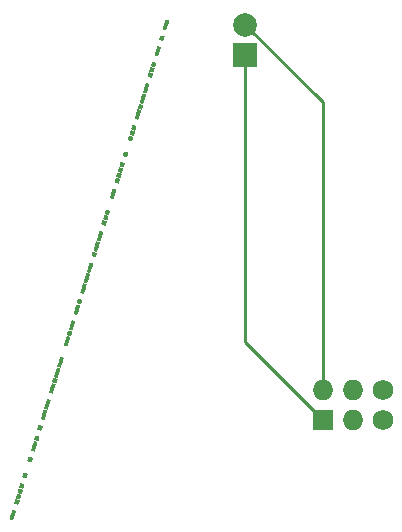
<source format=gbr>
G04 #@! TF.GenerationSoftware,KiCad,Pcbnew,(5.1.10)-1*
G04 #@! TF.CreationDate,2021-08-30T20:12:07-05:00*
G04 #@! TF.ProjectId,Bsides-KC-2021-RF-Village-SAO-SVG2Shenzen v1_00 (Paths),42736964-6573-42d4-9b43-2d323032312d,rev?*
G04 #@! TF.SameCoordinates,Original*
G04 #@! TF.FileFunction,Copper,L2,Bot*
G04 #@! TF.FilePolarity,Positive*
%FSLAX46Y46*%
G04 Gerber Fmt 4.6, Leading zero omitted, Abs format (unit mm)*
G04 Created by KiCad (PCBNEW (5.1.10)-1) date 2021-08-30 20:12:07*
%MOMM*%
%LPD*%
G01*
G04 APERTURE LIST*
G04 #@! TA.AperFunction,EtchedComponent*
%ADD10C,0.010000*%
G04 #@! TD*
G04 #@! TA.AperFunction,ComponentPad*
%ADD11C,1.727200*%
G04 #@! TD*
G04 #@! TA.AperFunction,ComponentPad*
%ADD12O,1.727200X1.727200*%
G04 #@! TD*
G04 #@! TA.AperFunction,ComponentPad*
%ADD13R,1.727200X1.727200*%
G04 #@! TD*
G04 #@! TA.AperFunction,ComponentPad*
%ADD14R,2.000000X2.000000*%
G04 #@! TD*
G04 #@! TA.AperFunction,ComponentPad*
%ADD15C,2.000000*%
G04 #@! TD*
G04 #@! TA.AperFunction,Conductor*
%ADD16C,0.250000*%
G04 #@! TD*
G04 APERTURE END LIST*
D10*
G04 #@! TO.C,G\u002A\u002A\u002A*
G36*
X140809019Y-80787015D02*
G01*
X140854888Y-80799981D01*
X140912002Y-80817992D01*
X140966047Y-80836453D01*
X141002712Y-80850771D01*
X141009710Y-80854623D01*
X141008002Y-80877347D01*
X140994563Y-80931931D01*
X140971959Y-81010573D01*
X140942759Y-81105475D01*
X140909529Y-81208835D01*
X140874840Y-81312854D01*
X140841258Y-81409731D01*
X140811351Y-81491666D01*
X140787687Y-81550860D01*
X140772835Y-81579511D01*
X140770575Y-81580996D01*
X140737901Y-81573336D01*
X140682603Y-81556032D01*
X140657792Y-81547482D01*
X140603861Y-81524809D01*
X140571747Y-81504388D01*
X140567834Y-81497811D01*
X140573775Y-81473655D01*
X140589939Y-81417543D01*
X140613838Y-81337522D01*
X140642983Y-81241636D01*
X140674887Y-81137931D01*
X140707060Y-81034453D01*
X140737014Y-80939247D01*
X140762260Y-80860359D01*
X140780312Y-80805834D01*
X140788679Y-80783718D01*
X140788706Y-80783687D01*
X140809019Y-80787015D01*
G37*
X140809019Y-80787015D02*
X140854888Y-80799981D01*
X140912002Y-80817992D01*
X140966047Y-80836453D01*
X141002712Y-80850771D01*
X141009710Y-80854623D01*
X141008002Y-80877347D01*
X140994563Y-80931931D01*
X140971959Y-81010573D01*
X140942759Y-81105475D01*
X140909529Y-81208835D01*
X140874840Y-81312854D01*
X140841258Y-81409731D01*
X140811351Y-81491666D01*
X140787687Y-81550860D01*
X140772835Y-81579511D01*
X140770575Y-81580996D01*
X140737901Y-81573336D01*
X140682603Y-81556032D01*
X140657792Y-81547482D01*
X140603861Y-81524809D01*
X140571747Y-81504388D01*
X140567834Y-81497811D01*
X140573775Y-81473655D01*
X140589939Y-81417543D01*
X140613838Y-81337522D01*
X140642983Y-81241636D01*
X140674887Y-81137931D01*
X140707060Y-81034453D01*
X140737014Y-80939247D01*
X140762260Y-80860359D01*
X140780312Y-80805834D01*
X140788679Y-80783718D01*
X140788706Y-80783687D01*
X140809019Y-80787015D01*
G36*
X140388091Y-82117093D02*
G01*
X140441540Y-82130309D01*
X140506048Y-82147635D01*
X140567614Y-82165228D01*
X140612237Y-82179241D01*
X140626036Y-82184975D01*
X140624087Y-82206540D01*
X140611577Y-82255411D01*
X140592381Y-82319551D01*
X140570377Y-82386923D01*
X140549442Y-82445490D01*
X140533453Y-82483215D01*
X140527513Y-82490854D01*
X140502276Y-82484000D01*
X140448497Y-82467996D01*
X140380852Y-82447241D01*
X140305620Y-82420944D01*
X140266446Y-82398911D01*
X140257743Y-82377803D01*
X140258780Y-82374352D01*
X140271124Y-82337442D01*
X140290111Y-82275759D01*
X140304389Y-82227465D01*
X140326111Y-82164754D01*
X140347345Y-82122761D01*
X140359703Y-82111834D01*
X140388091Y-82117093D01*
G37*
X140388091Y-82117093D02*
X140441540Y-82130309D01*
X140506048Y-82147635D01*
X140567614Y-82165228D01*
X140612237Y-82179241D01*
X140626036Y-82184975D01*
X140624087Y-82206540D01*
X140611577Y-82255411D01*
X140592381Y-82319551D01*
X140570377Y-82386923D01*
X140549442Y-82445490D01*
X140533453Y-82483215D01*
X140527513Y-82490854D01*
X140502276Y-82484000D01*
X140448497Y-82467996D01*
X140380852Y-82447241D01*
X140305620Y-82420944D01*
X140266446Y-82398911D01*
X140257743Y-82377803D01*
X140258780Y-82374352D01*
X140271124Y-82337442D01*
X140290111Y-82275759D01*
X140304389Y-82227465D01*
X140326111Y-82164754D01*
X140347345Y-82122761D01*
X140359703Y-82111834D01*
X140388091Y-82117093D01*
G36*
X140165763Y-83034741D02*
G01*
X140223425Y-83051521D01*
X140274456Y-83070275D01*
X140303521Y-83086470D01*
X140304956Y-83088260D01*
X140302797Y-83113734D01*
X140289482Y-83172087D01*
X140266945Y-83255938D01*
X140237117Y-83357906D01*
X140218401Y-83418732D01*
X140183775Y-83529556D01*
X140153102Y-83628076D01*
X140128866Y-83706285D01*
X140113551Y-83756179D01*
X140109981Y-83768125D01*
X140088472Y-83796609D01*
X140043725Y-83800616D01*
X139970127Y-83780483D01*
X139960811Y-83777098D01*
X139911031Y-83756310D01*
X139880976Y-83739374D01*
X139879986Y-83738453D01*
X139882410Y-83715929D01*
X139895376Y-83661129D01*
X139916496Y-83582089D01*
X139943384Y-83486842D01*
X139973651Y-83383424D01*
X140004911Y-83279871D01*
X140034778Y-83184216D01*
X140060863Y-83104495D01*
X140080780Y-83048743D01*
X140091868Y-83025244D01*
X140116800Y-83024471D01*
X140165763Y-83034741D01*
G37*
X140165763Y-83034741D02*
X140223425Y-83051521D01*
X140274456Y-83070275D01*
X140303521Y-83086470D01*
X140304956Y-83088260D01*
X140302797Y-83113734D01*
X140289482Y-83172087D01*
X140266945Y-83255938D01*
X140237117Y-83357906D01*
X140218401Y-83418732D01*
X140183775Y-83529556D01*
X140153102Y-83628076D01*
X140128866Y-83706285D01*
X140113551Y-83756179D01*
X140109981Y-83768125D01*
X140088472Y-83796609D01*
X140043725Y-83800616D01*
X139970127Y-83780483D01*
X139960811Y-83777098D01*
X139911031Y-83756310D01*
X139880976Y-83739374D01*
X139879986Y-83738453D01*
X139882410Y-83715929D01*
X139895376Y-83661129D01*
X139916496Y-83582089D01*
X139943384Y-83486842D01*
X139973651Y-83383424D01*
X140004911Y-83279871D01*
X140034778Y-83184216D01*
X140060863Y-83104495D01*
X140080780Y-83048743D01*
X140091868Y-83025244D01*
X140116800Y-83024471D01*
X140165763Y-83034741D01*
G36*
X139670224Y-84339908D02*
G01*
X139721121Y-84353418D01*
X139790557Y-84375111D01*
X139795319Y-84376690D01*
X139873720Y-84405854D01*
X139915306Y-84429753D01*
X139924811Y-84451221D01*
X139924034Y-84453734D01*
X139911902Y-84490084D01*
X139893066Y-84551351D01*
X139878778Y-84599702D01*
X139857614Y-84664340D01*
X139834305Y-84700262D01*
X139799243Y-84710876D01*
X139742817Y-84699592D01*
X139668250Y-84674395D01*
X139603941Y-84647668D01*
X139573479Y-84623113D01*
X139568836Y-84596661D01*
X139578028Y-84557080D01*
X139594715Y-84497645D01*
X139614560Y-84432463D01*
X139633221Y-84375639D01*
X139646358Y-84341281D01*
X139648585Y-84337449D01*
X139670224Y-84339908D01*
G37*
X139670224Y-84339908D02*
X139721121Y-84353418D01*
X139790557Y-84375111D01*
X139795319Y-84376690D01*
X139873720Y-84405854D01*
X139915306Y-84429753D01*
X139924811Y-84451221D01*
X139924034Y-84453734D01*
X139911902Y-84490084D01*
X139893066Y-84551351D01*
X139878778Y-84599702D01*
X139857614Y-84664340D01*
X139834305Y-84700262D01*
X139799243Y-84710876D01*
X139742817Y-84699592D01*
X139668250Y-84674395D01*
X139603941Y-84647668D01*
X139573479Y-84623113D01*
X139568836Y-84596661D01*
X139578028Y-84557080D01*
X139594715Y-84497645D01*
X139614560Y-84432463D01*
X139633221Y-84375639D01*
X139646358Y-84341281D01*
X139648585Y-84337449D01*
X139670224Y-84339908D01*
G36*
X139536435Y-84790566D02*
G01*
X139590521Y-84803647D01*
X139656076Y-84823961D01*
X139726113Y-84848566D01*
X139764030Y-84867488D01*
X139777895Y-84888341D01*
X139775779Y-84918738D01*
X139772574Y-84933871D01*
X139746169Y-85039258D01*
X139718110Y-85107295D01*
X139682346Y-85142738D01*
X139632824Y-85150342D01*
X139563490Y-85134861D01*
X139530667Y-85123906D01*
X139473179Y-85102999D01*
X139435078Y-85087703D01*
X139427524Y-85083779D01*
X139428066Y-85061051D01*
X139438486Y-85010947D01*
X139455207Y-84946229D01*
X139474653Y-84879660D01*
X139493249Y-84824002D01*
X139507418Y-84792018D01*
X139510108Y-84789041D01*
X139536435Y-84790566D01*
G37*
X139536435Y-84790566D02*
X139590521Y-84803647D01*
X139656076Y-84823961D01*
X139726113Y-84848566D01*
X139764030Y-84867488D01*
X139777895Y-84888341D01*
X139775779Y-84918738D01*
X139772574Y-84933871D01*
X139746169Y-85039258D01*
X139718110Y-85107295D01*
X139682346Y-85142738D01*
X139632824Y-85150342D01*
X139563490Y-85134861D01*
X139530667Y-85123906D01*
X139473179Y-85102999D01*
X139435078Y-85087703D01*
X139427524Y-85083779D01*
X139428066Y-85061051D01*
X139438486Y-85010947D01*
X139455207Y-84946229D01*
X139474653Y-84879660D01*
X139493249Y-84824002D01*
X139507418Y-84792018D01*
X139510108Y-84789041D01*
X139536435Y-84790566D01*
G36*
X139509500Y-85270129D02*
G01*
X139579198Y-85291942D01*
X139630405Y-85308778D01*
X139652182Y-85317039D01*
X139652228Y-85317079D01*
X139649148Y-85338208D01*
X139635338Y-85386525D01*
X139615000Y-85449603D01*
X139592334Y-85515016D01*
X139571540Y-85570339D01*
X139556819Y-85603146D01*
X139554351Y-85606611D01*
X139529079Y-85607066D01*
X139475714Y-85595742D01*
X139408959Y-85576077D01*
X139341741Y-85552218D01*
X139294117Y-85531856D01*
X139276667Y-85519714D01*
X139283043Y-85494587D01*
X139299791Y-85440914D01*
X139323340Y-85370120D01*
X139324292Y-85367332D01*
X139371917Y-85227917D01*
X139509500Y-85270129D01*
G37*
X139509500Y-85270129D02*
X139579198Y-85291942D01*
X139630405Y-85308778D01*
X139652182Y-85317039D01*
X139652228Y-85317079D01*
X139649148Y-85338208D01*
X139635338Y-85386525D01*
X139615000Y-85449603D01*
X139592334Y-85515016D01*
X139571540Y-85570339D01*
X139556819Y-85603146D01*
X139554351Y-85606611D01*
X139529079Y-85607066D01*
X139475714Y-85595742D01*
X139408959Y-85576077D01*
X139341741Y-85552218D01*
X139294117Y-85531856D01*
X139276667Y-85519714D01*
X139283043Y-85494587D01*
X139299791Y-85440914D01*
X139323340Y-85370120D01*
X139324292Y-85367332D01*
X139371917Y-85227917D01*
X139509500Y-85270129D01*
G36*
X139172265Y-86157385D02*
G01*
X139219090Y-86170411D01*
X139281485Y-86189082D01*
X139324522Y-86203194D01*
X139336290Y-86208128D01*
X139332515Y-86229190D01*
X139317927Y-86284117D01*
X139294387Y-86366388D01*
X139263758Y-86469476D01*
X139231292Y-86575887D01*
X139190202Y-86708448D01*
X139158366Y-86805362D01*
X139132248Y-86871336D01*
X139108311Y-86911080D01*
X139083019Y-86929300D01*
X139052837Y-86930706D01*
X139014228Y-86920004D01*
X138981611Y-86908307D01*
X138931430Y-86884861D01*
X138902454Y-86861329D01*
X138900805Y-86857999D01*
X138904091Y-86830405D01*
X138918415Y-86770092D01*
X138941762Y-86684611D01*
X138972115Y-86581511D01*
X138990829Y-86520790D01*
X139025422Y-86410071D01*
X139055986Y-86311900D01*
X139080065Y-86234189D01*
X139095204Y-86184851D01*
X139098725Y-86173045D01*
X139108209Y-86154202D01*
X139129125Y-86149061D01*
X139172265Y-86157385D01*
G37*
X139172265Y-86157385D02*
X139219090Y-86170411D01*
X139281485Y-86189082D01*
X139324522Y-86203194D01*
X139336290Y-86208128D01*
X139332515Y-86229190D01*
X139317927Y-86284117D01*
X139294387Y-86366388D01*
X139263758Y-86469476D01*
X139231292Y-86575887D01*
X139190202Y-86708448D01*
X139158366Y-86805362D01*
X139132248Y-86871336D01*
X139108311Y-86911080D01*
X139083019Y-86929300D01*
X139052837Y-86930706D01*
X139014228Y-86920004D01*
X138981611Y-86908307D01*
X138931430Y-86884861D01*
X138902454Y-86861329D01*
X138900805Y-86857999D01*
X138904091Y-86830405D01*
X138918415Y-86770092D01*
X138941762Y-86684611D01*
X138972115Y-86581511D01*
X138990829Y-86520790D01*
X139025422Y-86410071D01*
X139055986Y-86311900D01*
X139080065Y-86234189D01*
X139095204Y-86184851D01*
X139098725Y-86173045D01*
X139108209Y-86154202D01*
X139129125Y-86149061D01*
X139172265Y-86157385D01*
G36*
X138910608Y-87043410D02*
G01*
X138967766Y-87064261D01*
X139020285Y-87087976D01*
X139054488Y-87109204D01*
X139060438Y-87119064D01*
X139041032Y-87190917D01*
X139013833Y-87282092D01*
X138981410Y-87385002D01*
X138946331Y-87492060D01*
X138911165Y-87595680D01*
X138878483Y-87688274D01*
X138850853Y-87762255D01*
X138830845Y-87810037D01*
X138821584Y-87824388D01*
X138789329Y-87817286D01*
X138734697Y-87802000D01*
X138715750Y-87796261D01*
X138661712Y-87773405D01*
X138629034Y-87747872D01*
X138625439Y-87740272D01*
X138629878Y-87713190D01*
X138644693Y-87654173D01*
X138667394Y-87571547D01*
X138695496Y-87473641D01*
X138726510Y-87368781D01*
X138757950Y-87265294D01*
X138787328Y-87171509D01*
X138812157Y-87095751D01*
X138829949Y-87046349D01*
X138837082Y-87031697D01*
X138862488Y-87030772D01*
X138910608Y-87043410D01*
G37*
X138910608Y-87043410D02*
X138967766Y-87064261D01*
X139020285Y-87087976D01*
X139054488Y-87109204D01*
X139060438Y-87119064D01*
X139041032Y-87190917D01*
X139013833Y-87282092D01*
X138981410Y-87385002D01*
X138946331Y-87492060D01*
X138911165Y-87595680D01*
X138878483Y-87688274D01*
X138850853Y-87762255D01*
X138830845Y-87810037D01*
X138821584Y-87824388D01*
X138789329Y-87817286D01*
X138734697Y-87802000D01*
X138715750Y-87796261D01*
X138661712Y-87773405D01*
X138629034Y-87747872D01*
X138625439Y-87740272D01*
X138629878Y-87713190D01*
X138644693Y-87654173D01*
X138667394Y-87571547D01*
X138695496Y-87473641D01*
X138726510Y-87368781D01*
X138757950Y-87265294D01*
X138787328Y-87171509D01*
X138812157Y-87095751D01*
X138829949Y-87046349D01*
X138837082Y-87031697D01*
X138862488Y-87030772D01*
X138910608Y-87043410D01*
G36*
X138600281Y-87918272D02*
G01*
X138662411Y-87935419D01*
X138726477Y-87958191D01*
X138779573Y-87981834D01*
X138808795Y-88001599D01*
X138811000Y-88006506D01*
X138804478Y-88041946D01*
X138787856Y-88098524D01*
X138765554Y-88163977D01*
X138741989Y-88226043D01*
X138721580Y-88272458D01*
X138708745Y-88290959D01*
X138708515Y-88290954D01*
X138682413Y-88283536D01*
X138629486Y-88265983D01*
X138580067Y-88248756D01*
X138516285Y-88225096D01*
X138470609Y-88206246D01*
X138455757Y-88198313D01*
X138455946Y-88174524D01*
X138465827Y-88121516D01*
X138483266Y-88050716D01*
X138483457Y-88050010D01*
X138511542Y-87963614D01*
X138537890Y-87918768D01*
X138552990Y-87911500D01*
X138600281Y-87918272D01*
G37*
X138600281Y-87918272D02*
X138662411Y-87935419D01*
X138726477Y-87958191D01*
X138779573Y-87981834D01*
X138808795Y-88001599D01*
X138811000Y-88006506D01*
X138804478Y-88041946D01*
X138787856Y-88098524D01*
X138765554Y-88163977D01*
X138741989Y-88226043D01*
X138721580Y-88272458D01*
X138708745Y-88290959D01*
X138708515Y-88290954D01*
X138682413Y-88283536D01*
X138629486Y-88265983D01*
X138580067Y-88248756D01*
X138516285Y-88225096D01*
X138470609Y-88206246D01*
X138455757Y-88198313D01*
X138455946Y-88174524D01*
X138465827Y-88121516D01*
X138483266Y-88050716D01*
X138483457Y-88050010D01*
X138511542Y-87963614D01*
X138537890Y-87918768D01*
X138552990Y-87911500D01*
X138600281Y-87918272D01*
G36*
X138440384Y-88363187D02*
G01*
X138487542Y-88376909D01*
X138544996Y-88397740D01*
X138598685Y-88420341D01*
X138634549Y-88439373D01*
X138641667Y-88446994D01*
X138635250Y-88481525D01*
X138617774Y-88545057D01*
X138591899Y-88629766D01*
X138560284Y-88727829D01*
X138525589Y-88831420D01*
X138490475Y-88932716D01*
X138457602Y-89023894D01*
X138429629Y-89097128D01*
X138409216Y-89144595D01*
X138399653Y-89158842D01*
X138366782Y-89151068D01*
X138312412Y-89133502D01*
X138294007Y-89126919D01*
X138240311Y-89106008D01*
X138206365Y-89090469D01*
X138201992Y-89087547D01*
X138205739Y-89066512D01*
X138219695Y-89012960D01*
X138241508Y-88934800D01*
X138268828Y-88839943D01*
X138299305Y-88736300D01*
X138330589Y-88631780D01*
X138360329Y-88534294D01*
X138386176Y-88451752D01*
X138405779Y-88392064D01*
X138416788Y-88363141D01*
X138417582Y-88361912D01*
X138440384Y-88363187D01*
G37*
X138440384Y-88363187D02*
X138487542Y-88376909D01*
X138544996Y-88397740D01*
X138598685Y-88420341D01*
X138634549Y-88439373D01*
X138641667Y-88446994D01*
X138635250Y-88481525D01*
X138617774Y-88545057D01*
X138591899Y-88629766D01*
X138560284Y-88727829D01*
X138525589Y-88831420D01*
X138490475Y-88932716D01*
X138457602Y-89023894D01*
X138429629Y-89097128D01*
X138409216Y-89144595D01*
X138399653Y-89158842D01*
X138366782Y-89151068D01*
X138312412Y-89133502D01*
X138294007Y-89126919D01*
X138240311Y-89106008D01*
X138206365Y-89090469D01*
X138201992Y-89087547D01*
X138205739Y-89066512D01*
X138219695Y-89012960D01*
X138241508Y-88934800D01*
X138268828Y-88839943D01*
X138299305Y-88736300D01*
X138330589Y-88631780D01*
X138360329Y-88534294D01*
X138386176Y-88451752D01*
X138405779Y-88392064D01*
X138416788Y-88363141D01*
X138417582Y-88361912D01*
X138440384Y-88363187D01*
G36*
X138031562Y-89696208D02*
G01*
X138089386Y-89712896D01*
X138154208Y-89734409D01*
X138210584Y-89755592D01*
X138243071Y-89771293D01*
X138244384Y-89772339D01*
X138246746Y-89798274D01*
X138236419Y-89849933D01*
X138217548Y-89914926D01*
X138194275Y-89980864D01*
X138170743Y-90035357D01*
X138151098Y-90066016D01*
X138145226Y-90068829D01*
X138114643Y-90061377D01*
X138057679Y-90043721D01*
X137999967Y-90024263D01*
X137933956Y-89997161D01*
X137893901Y-89972232D01*
X137886120Y-89957142D01*
X137897138Y-89924955D01*
X137916146Y-89866499D01*
X137933726Y-89811209D01*
X137957692Y-89746804D01*
X137981142Y-89702685D01*
X137996178Y-89689500D01*
X138031562Y-89696208D01*
G37*
X138031562Y-89696208D02*
X138089386Y-89712896D01*
X138154208Y-89734409D01*
X138210584Y-89755592D01*
X138243071Y-89771293D01*
X138244384Y-89772339D01*
X138246746Y-89798274D01*
X138236419Y-89849933D01*
X138217548Y-89914926D01*
X138194275Y-89980864D01*
X138170743Y-90035357D01*
X138151098Y-90066016D01*
X138145226Y-90068829D01*
X138114643Y-90061377D01*
X138057679Y-90043721D01*
X137999967Y-90024263D01*
X137933956Y-89997161D01*
X137893901Y-89972232D01*
X137886120Y-89957142D01*
X137897138Y-89924955D01*
X137916146Y-89866499D01*
X137933726Y-89811209D01*
X137957692Y-89746804D01*
X137981142Y-89702685D01*
X137996178Y-89689500D01*
X138031562Y-89696208D01*
G36*
X137917399Y-90153566D02*
G01*
X137981348Y-90170978D01*
X138042993Y-90192622D01*
X138088597Y-90214348D01*
X138104166Y-90228594D01*
X138103951Y-90265079D01*
X138090848Y-90323079D01*
X138069488Y-90389469D01*
X138044507Y-90451125D01*
X138020537Y-90494924D01*
X138005422Y-90508262D01*
X137968957Y-90503795D01*
X137909421Y-90488039D01*
X137870383Y-90475170D01*
X137809623Y-90449732D01*
X137767958Y-90424958D01*
X137757526Y-90413161D01*
X137759399Y-90380393D01*
X137772407Y-90323175D01*
X137792057Y-90256398D01*
X137813853Y-90194954D01*
X137833302Y-90153736D01*
X137837539Y-90148038D01*
X137864884Y-90144536D01*
X137917399Y-90153566D01*
G37*
X137917399Y-90153566D02*
X137981348Y-90170978D01*
X138042993Y-90192622D01*
X138088597Y-90214348D01*
X138104166Y-90228594D01*
X138103951Y-90265079D01*
X138090848Y-90323079D01*
X138069488Y-90389469D01*
X138044507Y-90451125D01*
X138020537Y-90494924D01*
X138005422Y-90508262D01*
X137968957Y-90503795D01*
X137909421Y-90488039D01*
X137870383Y-90475170D01*
X137809623Y-90449732D01*
X137767958Y-90424958D01*
X137757526Y-90413161D01*
X137759399Y-90380393D01*
X137772407Y-90323175D01*
X137792057Y-90256398D01*
X137813853Y-90194954D01*
X137833302Y-90153736D01*
X137837539Y-90148038D01*
X137864884Y-90144536D01*
X137917399Y-90153566D01*
G36*
X137720840Y-90584274D02*
G01*
X137772591Y-90599433D01*
X137842591Y-90620728D01*
X137844527Y-90621326D01*
X137983179Y-90664151D01*
X137952358Y-90764201D01*
X137931292Y-90833910D01*
X137913852Y-90893874D01*
X137908890Y-90911875D01*
X137895106Y-90941817D01*
X137868847Y-90954459D01*
X137821898Y-90950227D01*
X137746043Y-90929548D01*
X137720917Y-90921640D01*
X137660175Y-90901832D01*
X137618746Y-90887567D01*
X137608292Y-90883358D01*
X137610465Y-90862767D01*
X137622289Y-90814243D01*
X137640140Y-90750041D01*
X137660396Y-90682415D01*
X137679433Y-90623622D01*
X137693629Y-90585914D01*
X137698417Y-90578500D01*
X137720840Y-90584274D01*
G37*
X137720840Y-90584274D02*
X137772591Y-90599433D01*
X137842591Y-90620728D01*
X137844527Y-90621326D01*
X137983179Y-90664151D01*
X137952358Y-90764201D01*
X137931292Y-90833910D01*
X137913852Y-90893874D01*
X137908890Y-90911875D01*
X137895106Y-90941817D01*
X137868847Y-90954459D01*
X137821898Y-90950227D01*
X137746043Y-90929548D01*
X137720917Y-90921640D01*
X137660175Y-90901832D01*
X137618746Y-90887567D01*
X137608292Y-90883358D01*
X137610465Y-90862767D01*
X137622289Y-90814243D01*
X137640140Y-90750041D01*
X137660396Y-90682415D01*
X137679433Y-90623622D01*
X137693629Y-90585914D01*
X137698417Y-90578500D01*
X137720840Y-90584274D01*
G36*
X137319458Y-91938701D02*
G01*
X137373406Y-91952573D01*
X137438731Y-91970687D01*
X137500889Y-91988948D01*
X137545336Y-92003259D01*
X137556869Y-92007913D01*
X137556701Y-92029409D01*
X137544189Y-92077951D01*
X137523593Y-92141647D01*
X137499172Y-92208601D01*
X137475184Y-92266919D01*
X137455889Y-92304707D01*
X137447763Y-92312620D01*
X137416253Y-92305093D01*
X137359287Y-92287299D01*
X137310067Y-92270423D01*
X137247052Y-92247390D01*
X137202805Y-92229967D01*
X137189127Y-92223349D01*
X137189367Y-92198802D01*
X137201919Y-92148250D01*
X137222383Y-92084173D01*
X137246357Y-92019054D01*
X137269442Y-91965376D01*
X137287236Y-91935620D01*
X137291431Y-91933167D01*
X137319458Y-91938701D01*
G37*
X137319458Y-91938701D02*
X137373406Y-91952573D01*
X137438731Y-91970687D01*
X137500889Y-91988948D01*
X137545336Y-92003259D01*
X137556869Y-92007913D01*
X137556701Y-92029409D01*
X137544189Y-92077951D01*
X137523593Y-92141647D01*
X137499172Y-92208601D01*
X137475184Y-92266919D01*
X137455889Y-92304707D01*
X137447763Y-92312620D01*
X137416253Y-92305093D01*
X137359287Y-92287299D01*
X137310067Y-92270423D01*
X137247052Y-92247390D01*
X137202805Y-92229967D01*
X137189127Y-92223349D01*
X137189367Y-92198802D01*
X137201919Y-92148250D01*
X137222383Y-92084173D01*
X137246357Y-92019054D01*
X137269442Y-91965376D01*
X137287236Y-91935620D01*
X137291431Y-91933167D01*
X137319458Y-91938701D01*
G36*
X137022740Y-92827932D02*
G01*
X137074081Y-92843055D01*
X137143710Y-92864277D01*
X137144543Y-92864534D01*
X137281713Y-92906901D01*
X137236731Y-93054820D01*
X137210381Y-93135721D01*
X137185549Y-93181342D01*
X137152022Y-93197080D01*
X137099589Y-93188331D01*
X137029205Y-93164485D01*
X136968901Y-93141159D01*
X136926368Y-93121447D01*
X136915905Y-93114561D01*
X136916245Y-93090918D01*
X136926757Y-93040576D01*
X136943775Y-92976174D01*
X136963632Y-92910347D01*
X136982661Y-92855734D01*
X136997194Y-92824974D01*
X137000746Y-92822167D01*
X137022740Y-92827932D01*
G37*
X137022740Y-92827932D02*
X137074081Y-92843055D01*
X137143710Y-92864277D01*
X137144543Y-92864534D01*
X137281713Y-92906901D01*
X137236731Y-93054820D01*
X137210381Y-93135721D01*
X137185549Y-93181342D01*
X137152022Y-93197080D01*
X137099589Y-93188331D01*
X137029205Y-93164485D01*
X136968901Y-93141159D01*
X136926368Y-93121447D01*
X136915905Y-93114561D01*
X136916245Y-93090918D01*
X136926757Y-93040576D01*
X136943775Y-92976174D01*
X136963632Y-92910347D01*
X136982661Y-92855734D01*
X136997194Y-92824974D01*
X137000746Y-92822167D01*
X137022740Y-92827932D01*
G36*
X136873261Y-93274642D02*
G01*
X136924045Y-93287770D01*
X136993874Y-93308267D01*
X136999762Y-93310080D01*
X137077693Y-93337897D01*
X137123289Y-93362524D01*
X137132855Y-93379178D01*
X137122168Y-93412036D01*
X137104259Y-93471186D01*
X137088198Y-93525959D01*
X137066978Y-93592500D01*
X137044395Y-93630224D01*
X137010691Y-93642956D01*
X136956110Y-93634518D01*
X136874250Y-93609807D01*
X136814055Y-93590444D01*
X136773642Y-93577196D01*
X136763894Y-93573793D01*
X136767341Y-93554523D01*
X136779815Y-93507050D01*
X136797748Y-93443585D01*
X136817572Y-93376343D01*
X136835721Y-93317536D01*
X136848624Y-93279377D01*
X136852159Y-93271652D01*
X136873261Y-93274642D01*
G37*
X136873261Y-93274642D02*
X136924045Y-93287770D01*
X136993874Y-93308267D01*
X136999762Y-93310080D01*
X137077693Y-93337897D01*
X137123289Y-93362524D01*
X137132855Y-93379178D01*
X137122168Y-93412036D01*
X137104259Y-93471186D01*
X137088198Y-93525959D01*
X137066978Y-93592500D01*
X137044395Y-93630224D01*
X137010691Y-93642956D01*
X136956110Y-93634518D01*
X136874250Y-93609807D01*
X136814055Y-93590444D01*
X136773642Y-93577196D01*
X136763894Y-93573793D01*
X136767341Y-93554523D01*
X136779815Y-93507050D01*
X136797748Y-93443585D01*
X136817572Y-93376343D01*
X136835721Y-93317536D01*
X136848624Y-93279377D01*
X136852159Y-93271652D01*
X136873261Y-93274642D01*
G36*
X136796519Y-93739647D02*
G01*
X136867713Y-93761736D01*
X136931579Y-93786420D01*
X136976366Y-93809223D01*
X136990667Y-93824065D01*
X136984911Y-93852402D01*
X136970240Y-93904710D01*
X136950550Y-93968811D01*
X136929736Y-94032527D01*
X136911694Y-94083679D01*
X136900321Y-94110089D01*
X136898765Y-94111354D01*
X136878503Y-94104579D01*
X136828741Y-94088777D01*
X136763125Y-94068263D01*
X136695663Y-94043663D01*
X136648109Y-94019375D01*
X136631145Y-94001451D01*
X136637858Y-93961129D01*
X136654412Y-93902086D01*
X136676413Y-93836663D01*
X136699463Y-93777205D01*
X136719166Y-93736055D01*
X136729748Y-93724632D01*
X136796519Y-93739647D01*
G37*
X136796519Y-93739647D02*
X136867713Y-93761736D01*
X136931579Y-93786420D01*
X136976366Y-93809223D01*
X136990667Y-93824065D01*
X136984911Y-93852402D01*
X136970240Y-93904710D01*
X136950550Y-93968811D01*
X136929736Y-94032527D01*
X136911694Y-94083679D01*
X136900321Y-94110089D01*
X136898765Y-94111354D01*
X136878503Y-94104579D01*
X136828741Y-94088777D01*
X136763125Y-94068263D01*
X136695663Y-94043663D01*
X136648109Y-94019375D01*
X136631145Y-94001451D01*
X136637858Y-93961129D01*
X136654412Y-93902086D01*
X136676413Y-93836663D01*
X136699463Y-93777205D01*
X136719166Y-93736055D01*
X136729748Y-93724632D01*
X136796519Y-93739647D01*
G36*
X136620180Y-94182157D02*
G01*
X136677066Y-94196005D01*
X136737829Y-94212288D01*
X136809807Y-94235046D01*
X136846473Y-94254826D01*
X136854296Y-94275449D01*
X136852892Y-94280216D01*
X136840399Y-94317360D01*
X136820989Y-94379810D01*
X136804424Y-94435232D01*
X136783851Y-94499629D01*
X136766648Y-94543572D01*
X136757834Y-94556615D01*
X136733706Y-94550092D01*
X136680951Y-94534170D01*
X136614959Y-94513544D01*
X136547605Y-94489920D01*
X136499960Y-94468848D01*
X136482667Y-94455342D01*
X136489700Y-94418692D01*
X136507591Y-94361621D01*
X136531531Y-94296523D01*
X136556707Y-94235794D01*
X136578310Y-94191827D01*
X136590763Y-94176834D01*
X136620180Y-94182157D01*
G37*
X136620180Y-94182157D02*
X136677066Y-94196005D01*
X136737829Y-94212288D01*
X136809807Y-94235046D01*
X136846473Y-94254826D01*
X136854296Y-94275449D01*
X136852892Y-94280216D01*
X136840399Y-94317360D01*
X136820989Y-94379810D01*
X136804424Y-94435232D01*
X136783851Y-94499629D01*
X136766648Y-94543572D01*
X136757834Y-94556615D01*
X136733706Y-94550092D01*
X136680951Y-94534170D01*
X136614959Y-94513544D01*
X136547605Y-94489920D01*
X136499960Y-94468848D01*
X136482667Y-94455342D01*
X136489700Y-94418692D01*
X136507591Y-94361621D01*
X136531531Y-94296523D01*
X136556707Y-94235794D01*
X136578310Y-94191827D01*
X136590763Y-94176834D01*
X136620180Y-94182157D01*
G36*
X136373378Y-95093765D02*
G01*
X136455549Y-95115418D01*
X136513877Y-95141098D01*
X136540859Y-95167065D01*
X136541005Y-95177253D01*
X136531851Y-95205496D01*
X136512603Y-95266824D01*
X136485562Y-95353845D01*
X136453027Y-95459166D01*
X136429146Y-95536792D01*
X136389923Y-95663722D01*
X136359565Y-95755086D01*
X136334213Y-95815696D01*
X136310012Y-95850362D01*
X136283104Y-95863897D01*
X136249631Y-95861110D01*
X136205737Y-95846814D01*
X136186334Y-95839663D01*
X136153846Y-95826061D01*
X136131776Y-95809169D01*
X136120526Y-95783361D01*
X136120499Y-95743012D01*
X136132098Y-95682496D01*
X136155725Y-95596187D01*
X136191783Y-95478460D01*
X136218194Y-95394695D01*
X136255853Y-95276422D01*
X136283759Y-95192824D01*
X136304857Y-95138190D01*
X136322092Y-95106811D01*
X136338408Y-95092977D01*
X136356750Y-95090978D01*
X136373378Y-95093765D01*
G37*
X136373378Y-95093765D02*
X136455549Y-95115418D01*
X136513877Y-95141098D01*
X136540859Y-95167065D01*
X136541005Y-95177253D01*
X136531851Y-95205496D01*
X136512603Y-95266824D01*
X136485562Y-95353845D01*
X136453027Y-95459166D01*
X136429146Y-95536792D01*
X136389923Y-95663722D01*
X136359565Y-95755086D01*
X136334213Y-95815696D01*
X136310012Y-95850362D01*
X136283104Y-95863897D01*
X136249631Y-95861110D01*
X136205737Y-95846814D01*
X136186334Y-95839663D01*
X136153846Y-95826061D01*
X136131776Y-95809169D01*
X136120526Y-95783361D01*
X136120499Y-95743012D01*
X136132098Y-95682496D01*
X136155725Y-95596187D01*
X136191783Y-95478460D01*
X136218194Y-95394695D01*
X136255853Y-95276422D01*
X136283759Y-95192824D01*
X136304857Y-95138190D01*
X136322092Y-95106811D01*
X136338408Y-95092977D01*
X136356750Y-95090978D01*
X136373378Y-95093765D01*
G36*
X135816229Y-96868485D02*
G01*
X135879719Y-96886523D01*
X135942929Y-96908149D01*
X135992862Y-96929234D01*
X136016521Y-96945653D01*
X136017000Y-96947500D01*
X136010681Y-96973971D01*
X135994170Y-97028314D01*
X135972724Y-97093724D01*
X135944405Y-97169563D01*
X135916467Y-97210052D01*
X135877866Y-97220605D01*
X135817559Y-97206635D01*
X135773584Y-97191341D01*
X135714663Y-97170085D01*
X135671059Y-97154311D01*
X135663489Y-97151559D01*
X135652882Y-97133904D01*
X135658222Y-97090247D01*
X135680302Y-97014514D01*
X135682138Y-97008935D01*
X135706708Y-96938435D01*
X135727861Y-96884458D01*
X135740406Y-96859677D01*
X135765459Y-96858160D01*
X135816229Y-96868485D01*
G37*
X135816229Y-96868485D02*
X135879719Y-96886523D01*
X135942929Y-96908149D01*
X135992862Y-96929234D01*
X136016521Y-96945653D01*
X136017000Y-96947500D01*
X136010681Y-96973971D01*
X135994170Y-97028314D01*
X135972724Y-97093724D01*
X135944405Y-97169563D01*
X135916467Y-97210052D01*
X135877866Y-97220605D01*
X135817559Y-97206635D01*
X135773584Y-97191341D01*
X135714663Y-97170085D01*
X135671059Y-97154311D01*
X135663489Y-97151559D01*
X135652882Y-97133904D01*
X135658222Y-97090247D01*
X135680302Y-97014514D01*
X135682138Y-97008935D01*
X135706708Y-96938435D01*
X135727861Y-96884458D01*
X135740406Y-96859677D01*
X135765459Y-96858160D01*
X135816229Y-96868485D01*
G36*
X135727589Y-97332104D02*
G01*
X135799964Y-97356920D01*
X135843601Y-97374934D01*
X135864485Y-97388552D01*
X135868834Y-97397902D01*
X135862991Y-97433011D01*
X135848265Y-97491083D01*
X135828859Y-97558019D01*
X135808979Y-97619720D01*
X135792827Y-97662086D01*
X135787115Y-97671979D01*
X135761564Y-97672625D01*
X135708344Y-97661201D01*
X135646584Y-97642623D01*
X135579555Y-97619565D01*
X135530712Y-97601671D01*
X135511889Y-97593477D01*
X135513839Y-97571615D01*
X135526087Y-97519961D01*
X135546090Y-97449062D01*
X135549295Y-97438429D01*
X135577937Y-97356408D01*
X135603084Y-97308660D01*
X135620490Y-97298079D01*
X135727589Y-97332104D01*
G37*
X135727589Y-97332104D02*
X135799964Y-97356920D01*
X135843601Y-97374934D01*
X135864485Y-97388552D01*
X135868834Y-97397902D01*
X135862991Y-97433011D01*
X135848265Y-97491083D01*
X135828859Y-97558019D01*
X135808979Y-97619720D01*
X135792827Y-97662086D01*
X135787115Y-97671979D01*
X135761564Y-97672625D01*
X135708344Y-97661201D01*
X135646584Y-97642623D01*
X135579555Y-97619565D01*
X135530712Y-97601671D01*
X135511889Y-97593477D01*
X135513839Y-97571615D01*
X135526087Y-97519961D01*
X135546090Y-97449062D01*
X135549295Y-97438429D01*
X135577937Y-97356408D01*
X135603084Y-97308660D01*
X135620490Y-97298079D01*
X135727589Y-97332104D01*
G36*
X135503915Y-97759402D02*
G01*
X135562375Y-97773405D01*
X135619233Y-97788679D01*
X135690380Y-97811648D01*
X135726387Y-97832212D01*
X135733958Y-97854415D01*
X135733249Y-97857470D01*
X135702539Y-97962279D01*
X135675084Y-98047412D01*
X135653192Y-98106240D01*
X135639170Y-98132136D01*
X135637426Y-98132766D01*
X135612536Y-98125681D01*
X135559096Y-98109316D01*
X135491726Y-98088178D01*
X135415649Y-98060852D01*
X135376466Y-98037873D01*
X135369356Y-98016372D01*
X135369655Y-98015543D01*
X135381774Y-97979227D01*
X135400600Y-97917986D01*
X135414889Y-97869632D01*
X135436922Y-97806898D01*
X135458940Y-97764905D01*
X135472072Y-97754000D01*
X135503915Y-97759402D01*
G37*
X135503915Y-97759402D02*
X135562375Y-97773405D01*
X135619233Y-97788679D01*
X135690380Y-97811648D01*
X135726387Y-97832212D01*
X135733958Y-97854415D01*
X135733249Y-97857470D01*
X135702539Y-97962279D01*
X135675084Y-98047412D01*
X135653192Y-98106240D01*
X135639170Y-98132136D01*
X135637426Y-98132766D01*
X135612536Y-98125681D01*
X135559096Y-98109316D01*
X135491726Y-98088178D01*
X135415649Y-98060852D01*
X135376466Y-98037873D01*
X135369356Y-98016372D01*
X135369655Y-98015543D01*
X135381774Y-97979227D01*
X135400600Y-97917986D01*
X135414889Y-97869632D01*
X135436922Y-97806898D01*
X135458940Y-97764905D01*
X135472072Y-97754000D01*
X135503915Y-97759402D01*
G36*
X135275760Y-98676435D02*
G01*
X135334339Y-98692557D01*
X135387311Y-98711444D01*
X135420071Y-98728819D01*
X135424334Y-98735192D01*
X135418294Y-98761677D01*
X135401648Y-98820974D01*
X135376605Y-98905548D01*
X135345375Y-99007863D01*
X135327740Y-99064566D01*
X135293319Y-99174754D01*
X135262852Y-99272633D01*
X135238842Y-99350136D01*
X135223793Y-99399196D01*
X135220481Y-99410292D01*
X135198972Y-99438776D01*
X135154225Y-99442782D01*
X135080627Y-99422649D01*
X135071311Y-99419265D01*
X135021464Y-99398419D01*
X134991292Y-99381358D01*
X134990301Y-99380434D01*
X134992566Y-99357763D01*
X135005350Y-99302831D01*
X135026271Y-99223698D01*
X135052951Y-99128424D01*
X135083009Y-99025070D01*
X135114066Y-98921694D01*
X135143741Y-98826356D01*
X135169655Y-98747118D01*
X135189428Y-98692038D01*
X135200197Y-98669581D01*
X135226178Y-98667351D01*
X135275760Y-98676435D01*
G37*
X135275760Y-98676435D02*
X135334339Y-98692557D01*
X135387311Y-98711444D01*
X135420071Y-98728819D01*
X135424334Y-98735192D01*
X135418294Y-98761677D01*
X135401648Y-98820974D01*
X135376605Y-98905548D01*
X135345375Y-99007863D01*
X135327740Y-99064566D01*
X135293319Y-99174754D01*
X135262852Y-99272633D01*
X135238842Y-99350136D01*
X135223793Y-99399196D01*
X135220481Y-99410292D01*
X135198972Y-99438776D01*
X135154225Y-99442782D01*
X135080627Y-99422649D01*
X135071311Y-99419265D01*
X135021464Y-99398419D01*
X134991292Y-99381358D01*
X134990301Y-99380434D01*
X134992566Y-99357763D01*
X135005350Y-99302831D01*
X135026271Y-99223698D01*
X135052951Y-99128424D01*
X135083009Y-99025070D01*
X135114066Y-98921694D01*
X135143741Y-98826356D01*
X135169655Y-98747118D01*
X135189428Y-98692038D01*
X135200197Y-98669581D01*
X135226178Y-98667351D01*
X135275760Y-98676435D01*
G36*
X135030460Y-99567953D02*
G01*
X135092397Y-99587119D01*
X135135164Y-99602040D01*
X135146543Y-99607394D01*
X135143131Y-99629017D01*
X135128775Y-99684424D01*
X135105333Y-99767047D01*
X135074663Y-99870316D01*
X135042368Y-99975640D01*
X135000980Y-100108073D01*
X134968893Y-100204864D01*
X134942617Y-100270725D01*
X134918664Y-100310370D01*
X134893546Y-100328510D01*
X134863772Y-100329860D01*
X134825856Y-100319131D01*
X134796144Y-100308265D01*
X134745921Y-100287091D01*
X134715094Y-100269335D01*
X134714102Y-100268402D01*
X134715323Y-100244309D01*
X134727810Y-100186684D01*
X134749815Y-100102279D01*
X134779589Y-99997847D01*
X134810834Y-99894726D01*
X134922337Y-99536065D01*
X135030460Y-99567953D01*
G37*
X135030460Y-99567953D02*
X135092397Y-99587119D01*
X135135164Y-99602040D01*
X135146543Y-99607394D01*
X135143131Y-99629017D01*
X135128775Y-99684424D01*
X135105333Y-99767047D01*
X135074663Y-99870316D01*
X135042368Y-99975640D01*
X135000980Y-100108073D01*
X134968893Y-100204864D01*
X134942617Y-100270725D01*
X134918664Y-100310370D01*
X134893546Y-100328510D01*
X134863772Y-100329860D01*
X134825856Y-100319131D01*
X134796144Y-100308265D01*
X134745921Y-100287091D01*
X134715094Y-100269335D01*
X134714102Y-100268402D01*
X134715323Y-100244309D01*
X134727810Y-100186684D01*
X134749815Y-100102279D01*
X134779589Y-99997847D01*
X134810834Y-99894726D01*
X134922337Y-99536065D01*
X135030460Y-99567953D01*
G36*
X134715921Y-100435895D02*
G01*
X134780352Y-100456384D01*
X134840062Y-100481748D01*
X134881967Y-100507286D01*
X134893874Y-100524893D01*
X134886160Y-100571975D01*
X134868753Y-100635151D01*
X134846259Y-100701287D01*
X134823287Y-100757248D01*
X134804445Y-100789901D01*
X134799672Y-100793393D01*
X134769587Y-100789694D01*
X134713788Y-100774560D01*
X134664234Y-100758170D01*
X134600668Y-100734736D01*
X134555406Y-100716331D01*
X134540897Y-100708786D01*
X134540663Y-100684128D01*
X134551426Y-100633058D01*
X134569223Y-100568763D01*
X134590085Y-100504431D01*
X134610047Y-100453249D01*
X134625144Y-100428405D01*
X134625233Y-100428349D01*
X134659854Y-100424982D01*
X134715921Y-100435895D01*
G37*
X134715921Y-100435895D02*
X134780352Y-100456384D01*
X134840062Y-100481748D01*
X134881967Y-100507286D01*
X134893874Y-100524893D01*
X134886160Y-100571975D01*
X134868753Y-100635151D01*
X134846259Y-100701287D01*
X134823287Y-100757248D01*
X134804445Y-100789901D01*
X134799672Y-100793393D01*
X134769587Y-100789694D01*
X134713788Y-100774560D01*
X134664234Y-100758170D01*
X134600668Y-100734736D01*
X134555406Y-100716331D01*
X134540897Y-100708786D01*
X134540663Y-100684128D01*
X134551426Y-100633058D01*
X134569223Y-100568763D01*
X134590085Y-100504431D01*
X134610047Y-100453249D01*
X134625144Y-100428405D01*
X134625233Y-100428349D01*
X134659854Y-100424982D01*
X134715921Y-100435895D01*
G36*
X134444601Y-101347111D02*
G01*
X134503317Y-101362107D01*
X134555226Y-101381036D01*
X134585500Y-101399841D01*
X134588250Y-101405958D01*
X134582289Y-101432074D01*
X134565778Y-101491512D01*
X134540779Y-101577182D01*
X134509350Y-101681997D01*
X134482417Y-101770149D01*
X134442033Y-101900569D01*
X134410533Y-101995272D01*
X134384005Y-102058890D01*
X134358534Y-102096059D01*
X134330208Y-102111412D01*
X134295113Y-102109585D01*
X134249338Y-102095212D01*
X134217834Y-102083505D01*
X134170594Y-102061251D01*
X134147186Y-102041018D01*
X134146592Y-102037491D01*
X134155177Y-102002298D01*
X134173729Y-101937576D01*
X134199629Y-101851588D01*
X134230255Y-101752599D01*
X134262990Y-101648873D01*
X134295214Y-101548673D01*
X134324306Y-101460263D01*
X134347648Y-101391907D01*
X134362621Y-101351870D01*
X134366053Y-101345150D01*
X134393904Y-101340106D01*
X134444601Y-101347111D01*
G37*
X134444601Y-101347111D02*
X134503317Y-101362107D01*
X134555226Y-101381036D01*
X134585500Y-101399841D01*
X134588250Y-101405958D01*
X134582289Y-101432074D01*
X134565778Y-101491512D01*
X134540779Y-101577182D01*
X134509350Y-101681997D01*
X134482417Y-101770149D01*
X134442033Y-101900569D01*
X134410533Y-101995272D01*
X134384005Y-102058890D01*
X134358534Y-102096059D01*
X134330208Y-102111412D01*
X134295113Y-102109585D01*
X134249338Y-102095212D01*
X134217834Y-102083505D01*
X134170594Y-102061251D01*
X134147186Y-102041018D01*
X134146592Y-102037491D01*
X134155177Y-102002298D01*
X134173729Y-101937576D01*
X134199629Y-101851588D01*
X134230255Y-101752599D01*
X134262990Y-101648873D01*
X134295214Y-101548673D01*
X134324306Y-101460263D01*
X134347648Y-101391907D01*
X134362621Y-101351870D01*
X134366053Y-101345150D01*
X134393904Y-101340106D01*
X134444601Y-101347111D01*
G36*
X134171400Y-102234217D02*
G01*
X134231103Y-102247270D01*
X134282801Y-102263914D01*
X134310528Y-102280628D01*
X134310930Y-102281279D01*
X134307313Y-102304748D01*
X134292707Y-102361725D01*
X134269029Y-102445399D01*
X134238193Y-102548959D01*
X134209095Y-102643354D01*
X134160504Y-102793069D01*
X134121245Y-102901599D01*
X134091279Y-102969043D01*
X134070566Y-102995501D01*
X134068918Y-102995906D01*
X134030022Y-102991994D01*
X133971343Y-102978004D01*
X133953250Y-102972563D01*
X133897354Y-102949550D01*
X133875633Y-102923827D01*
X133875419Y-102905761D01*
X133885571Y-102863588D01*
X133905527Y-102793564D01*
X133932567Y-102704142D01*
X133963972Y-102603776D01*
X133997022Y-102500920D01*
X134028998Y-102404029D01*
X134057179Y-102321556D01*
X134078846Y-102261957D01*
X134091280Y-102233683D01*
X134091851Y-102232967D01*
X134119660Y-102228275D01*
X134171400Y-102234217D01*
G37*
X134171400Y-102234217D02*
X134231103Y-102247270D01*
X134282801Y-102263914D01*
X134310528Y-102280628D01*
X134310930Y-102281279D01*
X134307313Y-102304748D01*
X134292707Y-102361725D01*
X134269029Y-102445399D01*
X134238193Y-102548959D01*
X134209095Y-102643354D01*
X134160504Y-102793069D01*
X134121245Y-102901599D01*
X134091279Y-102969043D01*
X134070566Y-102995501D01*
X134068918Y-102995906D01*
X134030022Y-102991994D01*
X133971343Y-102978004D01*
X133953250Y-102972563D01*
X133897354Y-102949550D01*
X133875633Y-102923827D01*
X133875419Y-102905761D01*
X133885571Y-102863588D01*
X133905527Y-102793564D01*
X133932567Y-102704142D01*
X133963972Y-102603776D01*
X133997022Y-102500920D01*
X134028998Y-102404029D01*
X134057179Y-102321556D01*
X134078846Y-102261957D01*
X134091280Y-102233683D01*
X134091851Y-102232967D01*
X134119660Y-102228275D01*
X134171400Y-102234217D01*
G36*
X133871617Y-103110424D02*
G01*
X133935887Y-103131215D01*
X134019897Y-103160949D01*
X134023019Y-103183119D01*
X134013937Y-103237215D01*
X133995098Y-103315444D01*
X133968949Y-103410013D01*
X133937935Y-103513132D01*
X133904502Y-103617007D01*
X133871097Y-103713847D01*
X133840167Y-103795858D01*
X133814156Y-103855249D01*
X133795511Y-103884227D01*
X133792351Y-103885798D01*
X133754779Y-103881398D01*
X133697589Y-103865455D01*
X133679674Y-103859167D01*
X133626900Y-103838875D01*
X133594579Y-103824930D01*
X133590732Y-103822621D01*
X133595168Y-103802246D01*
X133609859Y-103749330D01*
X133632426Y-103671738D01*
X133660492Y-103577335D01*
X133691677Y-103473983D01*
X133723606Y-103369548D01*
X133753898Y-103271893D01*
X133780177Y-103188883D01*
X133800063Y-103128382D01*
X133804682Y-103115079D01*
X133813294Y-103103908D01*
X133833179Y-103101839D01*
X133871617Y-103110424D01*
G37*
X133871617Y-103110424D02*
X133935887Y-103131215D01*
X134019897Y-103160949D01*
X134023019Y-103183119D01*
X134013937Y-103237215D01*
X133995098Y-103315444D01*
X133968949Y-103410013D01*
X133937935Y-103513132D01*
X133904502Y-103617007D01*
X133871097Y-103713847D01*
X133840167Y-103795858D01*
X133814156Y-103855249D01*
X133795511Y-103884227D01*
X133792351Y-103885798D01*
X133754779Y-103881398D01*
X133697589Y-103865455D01*
X133679674Y-103859167D01*
X133626900Y-103838875D01*
X133594579Y-103824930D01*
X133590732Y-103822621D01*
X133595168Y-103802246D01*
X133609859Y-103749330D01*
X133632426Y-103671738D01*
X133660492Y-103577335D01*
X133691677Y-103473983D01*
X133723606Y-103369548D01*
X133753898Y-103271893D01*
X133780177Y-103188883D01*
X133800063Y-103128382D01*
X133804682Y-103115079D01*
X133813294Y-103103908D01*
X133833179Y-103101839D01*
X133871617Y-103110424D01*
G36*
X133449621Y-104440774D02*
G01*
X133513636Y-104457064D01*
X133576470Y-104477556D01*
X133624953Y-104498396D01*
X133645920Y-104515732D01*
X133646017Y-104516750D01*
X133638492Y-104565427D01*
X133620031Y-104629744D01*
X133595464Y-104697078D01*
X133569620Y-104754808D01*
X133547329Y-104790313D01*
X133539255Y-104795762D01*
X133502790Y-104791295D01*
X133443255Y-104775539D01*
X133404217Y-104762670D01*
X133343457Y-104737232D01*
X133301791Y-104712458D01*
X133291359Y-104700661D01*
X133293254Y-104668111D01*
X133306182Y-104611068D01*
X133325674Y-104544429D01*
X133347260Y-104483093D01*
X133366468Y-104441958D01*
X133370708Y-104436203D01*
X133397589Y-104432536D01*
X133449621Y-104440774D01*
G37*
X133449621Y-104440774D02*
X133513636Y-104457064D01*
X133576470Y-104477556D01*
X133624953Y-104498396D01*
X133645920Y-104515732D01*
X133646017Y-104516750D01*
X133638492Y-104565427D01*
X133620031Y-104629744D01*
X133595464Y-104697078D01*
X133569620Y-104754808D01*
X133547329Y-104790313D01*
X133539255Y-104795762D01*
X133502790Y-104791295D01*
X133443255Y-104775539D01*
X133404217Y-104762670D01*
X133343457Y-104737232D01*
X133301791Y-104712458D01*
X133291359Y-104700661D01*
X133293254Y-104668111D01*
X133306182Y-104611068D01*
X133325674Y-104544429D01*
X133347260Y-104483093D01*
X133366468Y-104441958D01*
X133370708Y-104436203D01*
X133397589Y-104432536D01*
X133449621Y-104440774D01*
G36*
X133328982Y-104899647D02*
G01*
X133386229Y-104916734D01*
X133437202Y-104935686D01*
X133466708Y-104951885D01*
X133468467Y-104953984D01*
X133470538Y-104985214D01*
X133460056Y-105036107D01*
X133458552Y-105041039D01*
X133444362Y-105086416D01*
X133420655Y-105162391D01*
X133390494Y-105259145D01*
X133356942Y-105366854D01*
X133349773Y-105389875D01*
X133313258Y-105505645D01*
X133284834Y-105586075D01*
X133259969Y-105636232D01*
X133234131Y-105661181D01*
X133202786Y-105665990D01*
X133161402Y-105655726D01*
X133123978Y-105642265D01*
X133074165Y-105621449D01*
X133044053Y-105604452D01*
X133043062Y-105603529D01*
X133045656Y-105581167D01*
X133058811Y-105526522D01*
X133080130Y-105447610D01*
X133107217Y-105352451D01*
X133137676Y-105249062D01*
X133169111Y-105145461D01*
X133199125Y-105049666D01*
X133225322Y-104969696D01*
X133245306Y-104913568D01*
X133256440Y-104889538D01*
X133280655Y-104889042D01*
X133328982Y-104899647D01*
G37*
X133328982Y-104899647D02*
X133386229Y-104916734D01*
X133437202Y-104935686D01*
X133466708Y-104951885D01*
X133468467Y-104953984D01*
X133470538Y-104985214D01*
X133460056Y-105036107D01*
X133458552Y-105041039D01*
X133444362Y-105086416D01*
X133420655Y-105162391D01*
X133390494Y-105259145D01*
X133356942Y-105366854D01*
X133349773Y-105389875D01*
X133313258Y-105505645D01*
X133284834Y-105586075D01*
X133259969Y-105636232D01*
X133234131Y-105661181D01*
X133202786Y-105665990D01*
X133161402Y-105655726D01*
X133123978Y-105642265D01*
X133074165Y-105621449D01*
X133044053Y-105604452D01*
X133043062Y-105603529D01*
X133045656Y-105581167D01*
X133058811Y-105526522D01*
X133080130Y-105447610D01*
X133107217Y-105352451D01*
X133137676Y-105249062D01*
X133169111Y-105145461D01*
X133199125Y-105049666D01*
X133225322Y-104969696D01*
X133245306Y-104913568D01*
X133256440Y-104889538D01*
X133280655Y-104889042D01*
X133328982Y-104899647D01*
G36*
X132885303Y-106228652D02*
G01*
X132887373Y-106229050D01*
X132949032Y-106245990D01*
X133005794Y-106267312D01*
X133068257Y-106294750D01*
X132959260Y-106644000D01*
X132917332Y-106777043D01*
X132884259Y-106874268D01*
X132856337Y-106940284D01*
X132829860Y-106979700D01*
X132801126Y-106997126D01*
X132766429Y-106997172D01*
X132722065Y-106984445D01*
X132693834Y-106974269D01*
X132645715Y-106951998D01*
X132620735Y-106931356D01*
X132619750Y-106927862D01*
X132625685Y-106902154D01*
X132642126Y-106843063D01*
X132667026Y-106757635D01*
X132698339Y-106652914D01*
X132725584Y-106563405D01*
X132764239Y-106437958D01*
X132793195Y-106347522D01*
X132815103Y-106286615D01*
X132832615Y-106249755D01*
X132848385Y-106231462D01*
X132865063Y-106226255D01*
X132885303Y-106228652D01*
G37*
X132885303Y-106228652D02*
X132887373Y-106229050D01*
X132949032Y-106245990D01*
X133005794Y-106267312D01*
X133068257Y-106294750D01*
X132959260Y-106644000D01*
X132917332Y-106777043D01*
X132884259Y-106874268D01*
X132856337Y-106940284D01*
X132829860Y-106979700D01*
X132801126Y-106997126D01*
X132766429Y-106997172D01*
X132722065Y-106984445D01*
X132693834Y-106974269D01*
X132645715Y-106951998D01*
X132620735Y-106931356D01*
X132619750Y-106927862D01*
X132625685Y-106902154D01*
X132642126Y-106843063D01*
X132667026Y-106757635D01*
X132698339Y-106652914D01*
X132725584Y-106563405D01*
X132764239Y-106437958D01*
X132793195Y-106347522D01*
X132815103Y-106286615D01*
X132832615Y-106249755D01*
X132848385Y-106231462D01*
X132865063Y-106226255D01*
X132885303Y-106228652D01*
G36*
X132557497Y-107093985D02*
G01*
X132606037Y-107105239D01*
X132668260Y-107122456D01*
X132730972Y-107141790D01*
X132780981Y-107159395D01*
X132804550Y-107170869D01*
X132806910Y-107197022D01*
X132796603Y-107248776D01*
X132777760Y-107313772D01*
X132754513Y-107379653D01*
X132730994Y-107434062D01*
X132711336Y-107464641D01*
X132705393Y-107467425D01*
X132673991Y-107460217D01*
X132617198Y-107443944D01*
X132573392Y-107430383D01*
X132510202Y-107408824D01*
X132465186Y-107390779D01*
X132451831Y-107383217D01*
X132453343Y-107360445D01*
X132464734Y-107310391D01*
X132482301Y-107245869D01*
X132502340Y-107179693D01*
X132521150Y-107124676D01*
X132535026Y-107093632D01*
X132535835Y-107092539D01*
X132557497Y-107093985D01*
G37*
X132557497Y-107093985D02*
X132606037Y-107105239D01*
X132668260Y-107122456D01*
X132730972Y-107141790D01*
X132780981Y-107159395D01*
X132804550Y-107170869D01*
X132806910Y-107197022D01*
X132796603Y-107248776D01*
X132777760Y-107313772D01*
X132754513Y-107379653D01*
X132730994Y-107434062D01*
X132711336Y-107464641D01*
X132705393Y-107467425D01*
X132673991Y-107460217D01*
X132617198Y-107443944D01*
X132573392Y-107430383D01*
X132510202Y-107408824D01*
X132465186Y-107390779D01*
X132451831Y-107383217D01*
X132453343Y-107360445D01*
X132464734Y-107310391D01*
X132482301Y-107245869D01*
X132502340Y-107179693D01*
X132521150Y-107124676D01*
X132535026Y-107093632D01*
X132535835Y-107092539D01*
X132557497Y-107093985D01*
G36*
X132501710Y-107570408D02*
G01*
X132558905Y-107589997D01*
X132608730Y-107613369D01*
X132636656Y-107635263D01*
X132638573Y-107641541D01*
X132631539Y-107673161D01*
X132614348Y-107735292D01*
X132589575Y-107819670D01*
X132559794Y-107918027D01*
X132527580Y-108022099D01*
X132495506Y-108123619D01*
X132466147Y-108214321D01*
X132442078Y-108285940D01*
X132425872Y-108330209D01*
X132420980Y-108340218D01*
X132394903Y-108342187D01*
X132344892Y-108331032D01*
X132323417Y-108324093D01*
X132264758Y-108303512D01*
X132221824Y-108288313D01*
X132214521Y-108285686D01*
X132210565Y-108262181D01*
X132221908Y-108199955D01*
X132248602Y-108098792D01*
X132290698Y-107958479D01*
X132300793Y-107926262D01*
X132337510Y-107811201D01*
X132370473Y-107710597D01*
X132397385Y-107631252D01*
X132415948Y-107579964D01*
X132423328Y-107563616D01*
X132451675Y-107559861D01*
X132501710Y-107570408D01*
G37*
X132501710Y-107570408D02*
X132558905Y-107589997D01*
X132608730Y-107613369D01*
X132636656Y-107635263D01*
X132638573Y-107641541D01*
X132631539Y-107673161D01*
X132614348Y-107735292D01*
X132589575Y-107819670D01*
X132559794Y-107918027D01*
X132527580Y-108022099D01*
X132495506Y-108123619D01*
X132466147Y-108214321D01*
X132442078Y-108285940D01*
X132425872Y-108330209D01*
X132420980Y-108340218D01*
X132394903Y-108342187D01*
X132344892Y-108331032D01*
X132323417Y-108324093D01*
X132264758Y-108303512D01*
X132221824Y-108288313D01*
X132214521Y-108285686D01*
X132210565Y-108262181D01*
X132221908Y-108199955D01*
X132248602Y-108098792D01*
X132290698Y-107958479D01*
X132300793Y-107926262D01*
X132337510Y-107811201D01*
X132370473Y-107710597D01*
X132397385Y-107631252D01*
X132415948Y-107579964D01*
X132423328Y-107563616D01*
X132451675Y-107559861D01*
X132501710Y-107570408D01*
G36*
X131880393Y-109338051D02*
G01*
X131929735Y-109349587D01*
X131980011Y-109363450D01*
X132096239Y-109397238D01*
X132055378Y-109528744D01*
X132000804Y-109703985D01*
X131957246Y-109842761D01*
X131923348Y-109949093D01*
X131897757Y-110027003D01*
X131879118Y-110080511D01*
X131866078Y-110113639D01*
X131857281Y-110130408D01*
X131851375Y-110134838D01*
X131851282Y-110134829D01*
X131824089Y-110127433D01*
X131771863Y-110110579D01*
X131741334Y-110100181D01*
X131684131Y-110079756D01*
X131646613Y-110065189D01*
X131639395Y-110061650D01*
X131643710Y-110041416D01*
X131658305Y-109988644D01*
X131680796Y-109911188D01*
X131708796Y-109816905D01*
X131739920Y-109713648D01*
X131771782Y-109609275D01*
X131801998Y-109511640D01*
X131828182Y-109428598D01*
X131847948Y-109368005D01*
X131858911Y-109337716D01*
X131859690Y-109336206D01*
X131880393Y-109338051D01*
G37*
X131880393Y-109338051D02*
X131929735Y-109349587D01*
X131980011Y-109363450D01*
X132096239Y-109397238D01*
X132055378Y-109528744D01*
X132000804Y-109703985D01*
X131957246Y-109842761D01*
X131923348Y-109949093D01*
X131897757Y-110027003D01*
X131879118Y-110080511D01*
X131866078Y-110113639D01*
X131857281Y-110130408D01*
X131851375Y-110134838D01*
X131851282Y-110134829D01*
X131824089Y-110127433D01*
X131771863Y-110110579D01*
X131741334Y-110100181D01*
X131684131Y-110079756D01*
X131646613Y-110065189D01*
X131639395Y-110061650D01*
X131643710Y-110041416D01*
X131658305Y-109988644D01*
X131680796Y-109911188D01*
X131708796Y-109816905D01*
X131739920Y-109713648D01*
X131771782Y-109609275D01*
X131801998Y-109511640D01*
X131828182Y-109428598D01*
X131847948Y-109368005D01*
X131858911Y-109337716D01*
X131859690Y-109336206D01*
X131880393Y-109338051D01*
G36*
X131655779Y-110234992D02*
G01*
X131713101Y-110253254D01*
X131764425Y-110273999D01*
X131794853Y-110292329D01*
X131797511Y-110296115D01*
X131793992Y-110321237D01*
X131780203Y-110378583D01*
X131758530Y-110459985D01*
X131731362Y-110557269D01*
X131701086Y-110662265D01*
X131670089Y-110766802D01*
X131640757Y-110862709D01*
X131615479Y-110941814D01*
X131596641Y-110995946D01*
X131586984Y-111016723D01*
X131566078Y-111013290D01*
X131517201Y-111000652D01*
X131476750Y-110989101D01*
X131415772Y-110970336D01*
X131374302Y-110956059D01*
X131364049Y-110951332D01*
X131368139Y-110930684D01*
X131382491Y-110877514D01*
X131404732Y-110799702D01*
X131432485Y-110705128D01*
X131463378Y-110601675D01*
X131495036Y-110497222D01*
X131525084Y-110399651D01*
X131551149Y-110316842D01*
X131570855Y-110256677D01*
X131581828Y-110227035D01*
X131582729Y-110225505D01*
X131607356Y-110224110D01*
X131655779Y-110234992D01*
G37*
X131655779Y-110234992D02*
X131713101Y-110253254D01*
X131764425Y-110273999D01*
X131794853Y-110292329D01*
X131797511Y-110296115D01*
X131793992Y-110321237D01*
X131780203Y-110378583D01*
X131758530Y-110459985D01*
X131731362Y-110557269D01*
X131701086Y-110662265D01*
X131670089Y-110766802D01*
X131640757Y-110862709D01*
X131615479Y-110941814D01*
X131596641Y-110995946D01*
X131586984Y-111016723D01*
X131566078Y-111013290D01*
X131517201Y-111000652D01*
X131476750Y-110989101D01*
X131415772Y-110970336D01*
X131374302Y-110956059D01*
X131364049Y-110951332D01*
X131368139Y-110930684D01*
X131382491Y-110877514D01*
X131404732Y-110799702D01*
X131432485Y-110705128D01*
X131463378Y-110601675D01*
X131495036Y-110497222D01*
X131525084Y-110399651D01*
X131551149Y-110316842D01*
X131570855Y-110256677D01*
X131581828Y-110227035D01*
X131582729Y-110225505D01*
X131607356Y-110224110D01*
X131655779Y-110234992D01*
G36*
X131305672Y-111097502D02*
G01*
X131357087Y-111110287D01*
X131427238Y-111130662D01*
X131432928Y-111132413D01*
X131511061Y-111160300D01*
X131556530Y-111184931D01*
X131565873Y-111201511D01*
X131554666Y-111234193D01*
X131535518Y-111293028D01*
X131517941Y-111348292D01*
X131493974Y-111416982D01*
X131469185Y-111454429D01*
X131433241Y-111464842D01*
X131375810Y-111452432D01*
X131314205Y-111431318D01*
X131254693Y-111408652D01*
X131213615Y-111390417D01*
X131203936Y-111384425D01*
X131205089Y-111361533D01*
X131215787Y-111311337D01*
X131232459Y-111246781D01*
X131251535Y-111180811D01*
X131269442Y-111126373D01*
X131282611Y-111096411D01*
X131283771Y-111095007D01*
X131305672Y-111097502D01*
G37*
X131305672Y-111097502D02*
X131357087Y-111110287D01*
X131427238Y-111130662D01*
X131432928Y-111132413D01*
X131511061Y-111160300D01*
X131556530Y-111184931D01*
X131565873Y-111201511D01*
X131554666Y-111234193D01*
X131535518Y-111293028D01*
X131517941Y-111348292D01*
X131493974Y-111416982D01*
X131469185Y-111454429D01*
X131433241Y-111464842D01*
X131375810Y-111452432D01*
X131314205Y-111431318D01*
X131254693Y-111408652D01*
X131213615Y-111390417D01*
X131203936Y-111384425D01*
X131205089Y-111361533D01*
X131215787Y-111311337D01*
X131232459Y-111246781D01*
X131251535Y-111180811D01*
X131269442Y-111126373D01*
X131282611Y-111096411D01*
X131283771Y-111095007D01*
X131305672Y-111097502D01*
G36*
X131240176Y-111576300D02*
G01*
X131299528Y-111588944D01*
X131355419Y-111603698D01*
X131393601Y-111617288D01*
X131402171Y-111624279D01*
X131395291Y-111649637D01*
X131377919Y-111706369D01*
X131352615Y-111786593D01*
X131321941Y-111882429D01*
X131288456Y-111985995D01*
X131254722Y-112089411D01*
X131223298Y-112184797D01*
X131196745Y-112264271D01*
X131177624Y-112319953D01*
X131168495Y-112343963D01*
X131168228Y-112344320D01*
X131144599Y-112342880D01*
X131093209Y-112331983D01*
X131047137Y-112319985D01*
X130986643Y-112298991D01*
X130949801Y-112277876D01*
X130943680Y-112265716D01*
X130952558Y-112238477D01*
X130971507Y-112178132D01*
X130998233Y-112092059D01*
X131030440Y-111987637D01*
X131052896Y-111914500D01*
X131087705Y-111802804D01*
X131119143Y-111705415D01*
X131144800Y-111629525D01*
X131162269Y-111582329D01*
X131168084Y-111570452D01*
X131191612Y-111569044D01*
X131240176Y-111576300D01*
G37*
X131240176Y-111576300D02*
X131299528Y-111588944D01*
X131355419Y-111603698D01*
X131393601Y-111617288D01*
X131402171Y-111624279D01*
X131395291Y-111649637D01*
X131377919Y-111706369D01*
X131352615Y-111786593D01*
X131321941Y-111882429D01*
X131288456Y-111985995D01*
X131254722Y-112089411D01*
X131223298Y-112184797D01*
X131196745Y-112264271D01*
X131177624Y-112319953D01*
X131168495Y-112343963D01*
X131168228Y-112344320D01*
X131144599Y-112342880D01*
X131093209Y-112331983D01*
X131047137Y-112319985D01*
X130986643Y-112298991D01*
X130949801Y-112277876D01*
X130943680Y-112265716D01*
X130952558Y-112238477D01*
X130971507Y-112178132D01*
X130998233Y-112092059D01*
X131030440Y-111987637D01*
X131052896Y-111914500D01*
X131087705Y-111802804D01*
X131119143Y-111705415D01*
X131144800Y-111629525D01*
X131162269Y-111582329D01*
X131168084Y-111570452D01*
X131191612Y-111569044D01*
X131240176Y-111576300D01*
G36*
X130829832Y-112904433D02*
G01*
X130886859Y-112925478D01*
X130938388Y-112949987D01*
X130970690Y-112972496D01*
X130975193Y-112982540D01*
X130961651Y-113032260D01*
X130939343Y-113107249D01*
X130910783Y-113199728D01*
X130878485Y-113301920D01*
X130844963Y-113406046D01*
X130812732Y-113504327D01*
X130784305Y-113588987D01*
X130762197Y-113652246D01*
X130748921Y-113686326D01*
X130746500Y-113690070D01*
X130721774Y-113683231D01*
X130670507Y-113667993D01*
X130635375Y-113657316D01*
X130577479Y-113634863D01*
X130541138Y-113611672D01*
X130534834Y-113600788D01*
X130540857Y-113572469D01*
X130557230Y-113512872D01*
X130581402Y-113430202D01*
X130610825Y-113332664D01*
X130642951Y-113228463D01*
X130675231Y-113125805D01*
X130705116Y-113032894D01*
X130730057Y-112957935D01*
X130747506Y-112909135D01*
X130754191Y-112894587D01*
X130781033Y-112892315D01*
X130829832Y-112904433D01*
G37*
X130829832Y-112904433D02*
X130886859Y-112925478D01*
X130938388Y-112949987D01*
X130970690Y-112972496D01*
X130975193Y-112982540D01*
X130961651Y-113032260D01*
X130939343Y-113107249D01*
X130910783Y-113199728D01*
X130878485Y-113301920D01*
X130844963Y-113406046D01*
X130812732Y-113504327D01*
X130784305Y-113588987D01*
X130762197Y-113652246D01*
X130748921Y-113686326D01*
X130746500Y-113690070D01*
X130721774Y-113683231D01*
X130670507Y-113667993D01*
X130635375Y-113657316D01*
X130577479Y-113634863D01*
X130541138Y-113611672D01*
X130534834Y-113600788D01*
X130540857Y-113572469D01*
X130557230Y-113512872D01*
X130581402Y-113430202D01*
X130610825Y-113332664D01*
X130642951Y-113228463D01*
X130675231Y-113125805D01*
X130705116Y-113032894D01*
X130730057Y-112957935D01*
X130747506Y-112909135D01*
X130754191Y-112894587D01*
X130781033Y-112892315D01*
X130829832Y-112904433D01*
G36*
X130517809Y-113783508D02*
G01*
X130571160Y-113799659D01*
X130605864Y-113811151D01*
X130667681Y-113836439D01*
X130694254Y-113860053D01*
X130694926Y-113879943D01*
X130632982Y-114081156D01*
X130582316Y-114244018D01*
X130542203Y-114370776D01*
X130511918Y-114463675D01*
X130490735Y-114524961D01*
X130477928Y-114556879D01*
X130474458Y-114562510D01*
X130448104Y-114563916D01*
X130396046Y-114553372D01*
X130360209Y-114542919D01*
X130298030Y-114517014D01*
X130263566Y-114490206D01*
X130259667Y-114479675D01*
X130265870Y-114446139D01*
X130282747Y-114383309D01*
X130307703Y-114299117D01*
X130338140Y-114201494D01*
X130371461Y-114098375D01*
X130405070Y-113997690D01*
X130436369Y-113907374D01*
X130462762Y-113835358D01*
X130481653Y-113789575D01*
X130489638Y-113777167D01*
X130517809Y-113783508D01*
G37*
X130517809Y-113783508D02*
X130571160Y-113799659D01*
X130605864Y-113811151D01*
X130667681Y-113836439D01*
X130694254Y-113860053D01*
X130694926Y-113879943D01*
X130632982Y-114081156D01*
X130582316Y-114244018D01*
X130542203Y-114370776D01*
X130511918Y-114463675D01*
X130490735Y-114524961D01*
X130477928Y-114556879D01*
X130474458Y-114562510D01*
X130448104Y-114563916D01*
X130396046Y-114553372D01*
X130360209Y-114542919D01*
X130298030Y-114517014D01*
X130263566Y-114490206D01*
X130259667Y-114479675D01*
X130265870Y-114446139D01*
X130282747Y-114383309D01*
X130307703Y-114299117D01*
X130338140Y-114201494D01*
X130371461Y-114098375D01*
X130405070Y-113997690D01*
X130436369Y-113907374D01*
X130462762Y-113835358D01*
X130481653Y-113789575D01*
X130489638Y-113777167D01*
X130517809Y-113783508D01*
G36*
X130083344Y-115105381D02*
G01*
X130145218Y-115124543D01*
X130219952Y-115150805D01*
X130317820Y-115184750D01*
X130275007Y-115327625D01*
X130248799Y-115406844D01*
X130222127Y-115452192D01*
X130185087Y-115468320D01*
X130127777Y-115459876D01*
X130048000Y-115434181D01*
X129990770Y-115413733D01*
X129953203Y-115399116D01*
X129945958Y-115395547D01*
X129948269Y-115374114D01*
X129960595Y-115322645D01*
X129980401Y-115251534D01*
X129984207Y-115238651D01*
X130005171Y-115166976D01*
X130022537Y-115123163D01*
X130045523Y-115103775D01*
X130083344Y-115105381D01*
G37*
X130083344Y-115105381D02*
X130145218Y-115124543D01*
X130219952Y-115150805D01*
X130317820Y-115184750D01*
X130275007Y-115327625D01*
X130248799Y-115406844D01*
X130222127Y-115452192D01*
X130185087Y-115468320D01*
X130127777Y-115459876D01*
X130048000Y-115434181D01*
X129990770Y-115413733D01*
X129953203Y-115399116D01*
X129945958Y-115395547D01*
X129948269Y-115374114D01*
X129960595Y-115322645D01*
X129980401Y-115251534D01*
X129984207Y-115238651D01*
X130005171Y-115166976D01*
X130022537Y-115123163D01*
X130045523Y-115103775D01*
X130083344Y-115105381D01*
G36*
X129834562Y-116014873D02*
G01*
X129898636Y-116031252D01*
X129960830Y-116052338D01*
X130007886Y-116074195D01*
X130026546Y-116092886D01*
X130026546Y-116092976D01*
X130019828Y-116134539D01*
X130003317Y-116195184D01*
X129981444Y-116262000D01*
X129958637Y-116322076D01*
X129939328Y-116362501D01*
X129930766Y-116372120D01*
X129901237Y-116368275D01*
X129845269Y-116353195D01*
X129788709Y-116334806D01*
X129724518Y-116308509D01*
X129680417Y-116282853D01*
X129667000Y-116266257D01*
X129674031Y-116227407D01*
X129691563Y-116166919D01*
X129714260Y-116100430D01*
X129736783Y-116043577D01*
X129753795Y-116011995D01*
X129753803Y-116011986D01*
X129781865Y-116007139D01*
X129834562Y-116014873D01*
G37*
X129834562Y-116014873D02*
X129898636Y-116031252D01*
X129960830Y-116052338D01*
X130007886Y-116074195D01*
X130026546Y-116092886D01*
X130026546Y-116092976D01*
X130019828Y-116134539D01*
X130003317Y-116195184D01*
X129981444Y-116262000D01*
X129958637Y-116322076D01*
X129939328Y-116362501D01*
X129930766Y-116372120D01*
X129901237Y-116368275D01*
X129845269Y-116353195D01*
X129788709Y-116334806D01*
X129724518Y-116308509D01*
X129680417Y-116282853D01*
X129667000Y-116266257D01*
X129674031Y-116227407D01*
X129691563Y-116166919D01*
X129714260Y-116100430D01*
X129736783Y-116043577D01*
X129753795Y-116011995D01*
X129753803Y-116011986D01*
X129781865Y-116007139D01*
X129834562Y-116014873D01*
G36*
X129713586Y-116472129D02*
G01*
X129771955Y-116488910D01*
X129823693Y-116510266D01*
X129854243Y-116530788D01*
X129857271Y-116537476D01*
X129850680Y-116577755D01*
X129833146Y-116645729D01*
X129807313Y-116733548D01*
X129775829Y-116833361D01*
X129741340Y-116937319D01*
X129706494Y-117037570D01*
X129673936Y-117126266D01*
X129646314Y-117195555D01*
X129626273Y-117237588D01*
X129618199Y-117246591D01*
X129581956Y-117239868D01*
X129526599Y-117225932D01*
X129518834Y-117223768D01*
X129464850Y-117205458D01*
X129429714Y-117188018D01*
X129427309Y-117186010D01*
X129426130Y-117159750D01*
X129437348Y-117102173D01*
X129458368Y-117021207D01*
X129486595Y-116924780D01*
X129519434Y-116820820D01*
X129554292Y-116717257D01*
X129588573Y-116622018D01*
X129619684Y-116543032D01*
X129645030Y-116488227D01*
X129662015Y-116465532D01*
X129663142Y-116465334D01*
X129713586Y-116472129D01*
G37*
X129713586Y-116472129D02*
X129771955Y-116488910D01*
X129823693Y-116510266D01*
X129854243Y-116530788D01*
X129857271Y-116537476D01*
X129850680Y-116577755D01*
X129833146Y-116645729D01*
X129807313Y-116733548D01*
X129775829Y-116833361D01*
X129741340Y-116937319D01*
X129706494Y-117037570D01*
X129673936Y-117126266D01*
X129646314Y-117195555D01*
X129626273Y-117237588D01*
X129618199Y-117246591D01*
X129581956Y-117239868D01*
X129526599Y-117225932D01*
X129518834Y-117223768D01*
X129464850Y-117205458D01*
X129429714Y-117188018D01*
X129427309Y-117186010D01*
X129426130Y-117159750D01*
X129437348Y-117102173D01*
X129458368Y-117021207D01*
X129486595Y-116924780D01*
X129519434Y-116820820D01*
X129554292Y-116717257D01*
X129588573Y-116622018D01*
X129619684Y-116543032D01*
X129645030Y-116488227D01*
X129662015Y-116465532D01*
X129663142Y-116465334D01*
X129713586Y-116472129D01*
G36*
X129213815Y-117782365D02*
G01*
X129263270Y-117793460D01*
X129326322Y-117810755D01*
X129389782Y-117830385D01*
X129440458Y-117848487D01*
X129465161Y-117861200D01*
X129465514Y-117861682D01*
X129465981Y-117890981D01*
X129454139Y-117944636D01*
X129434223Y-118010282D01*
X129410468Y-118075554D01*
X129387110Y-118128084D01*
X129368383Y-118155508D01*
X129364375Y-118156996D01*
X129331720Y-118149488D01*
X129273465Y-118131782D01*
X129219560Y-118113682D01*
X129100203Y-118072040D01*
X129142482Y-117930145D01*
X129164294Y-117858862D01*
X129181646Y-117805684D01*
X129190946Y-117781588D01*
X129191148Y-117781330D01*
X129213815Y-117782365D01*
G37*
X129213815Y-117782365D02*
X129263270Y-117793460D01*
X129326322Y-117810755D01*
X129389782Y-117830385D01*
X129440458Y-117848487D01*
X129465161Y-117861200D01*
X129465514Y-117861682D01*
X129465981Y-117890981D01*
X129454139Y-117944636D01*
X129434223Y-118010282D01*
X129410468Y-118075554D01*
X129387110Y-118128084D01*
X129368383Y-118155508D01*
X129364375Y-118156996D01*
X129331720Y-118149488D01*
X129273465Y-118131782D01*
X129219560Y-118113682D01*
X129100203Y-118072040D01*
X129142482Y-117930145D01*
X129164294Y-117858862D01*
X129181646Y-117805684D01*
X129190946Y-117781588D01*
X129191148Y-117781330D01*
X129213815Y-117782365D01*
G36*
X128821951Y-119132564D02*
G01*
X128892744Y-119151378D01*
X128907916Y-119156040D01*
X128976757Y-119178226D01*
X129027440Y-119195988D01*
X129048353Y-119205131D01*
X129046144Y-119226301D01*
X129034903Y-119274920D01*
X129018013Y-119338956D01*
X128998858Y-119406376D01*
X128980819Y-119465148D01*
X128967281Y-119503239D01*
X128962312Y-119511164D01*
X128941456Y-119504433D01*
X128890818Y-119488804D01*
X128821146Y-119467592D01*
X128817675Y-119466541D01*
X128677434Y-119424088D01*
X128716406Y-119295373D01*
X128738365Y-119223887D01*
X128756364Y-119167148D01*
X128765335Y-119140711D01*
X128781860Y-119129264D01*
X128821951Y-119132564D01*
G37*
X128821951Y-119132564D02*
X128892744Y-119151378D01*
X128907916Y-119156040D01*
X128976757Y-119178226D01*
X129027440Y-119195988D01*
X129048353Y-119205131D01*
X129046144Y-119226301D01*
X129034903Y-119274920D01*
X129018013Y-119338956D01*
X128998858Y-119406376D01*
X128980819Y-119465148D01*
X128967281Y-119503239D01*
X128962312Y-119511164D01*
X128941456Y-119504433D01*
X128890818Y-119488804D01*
X128821146Y-119467592D01*
X128817675Y-119466541D01*
X128677434Y-119424088D01*
X128716406Y-119295373D01*
X128738365Y-119223887D01*
X128756364Y-119167148D01*
X128765335Y-119140711D01*
X128781860Y-119129264D01*
X128821951Y-119132564D01*
G36*
X128548895Y-120028041D02*
G01*
X128606719Y-120044729D01*
X128671542Y-120066242D01*
X128727918Y-120087426D01*
X128760404Y-120103126D01*
X128761717Y-120104172D01*
X128764079Y-120130107D01*
X128753753Y-120181766D01*
X128734881Y-120246759D01*
X128711608Y-120312697D01*
X128688077Y-120367191D01*
X128668431Y-120397850D01*
X128662560Y-120400662D01*
X128631977Y-120393211D01*
X128575012Y-120375555D01*
X128517301Y-120356096D01*
X128451289Y-120328994D01*
X128411235Y-120304066D01*
X128403453Y-120288975D01*
X128414471Y-120256788D01*
X128433479Y-120198332D01*
X128451059Y-120143042D01*
X128475025Y-120078637D01*
X128498475Y-120034518D01*
X128513512Y-120021334D01*
X128548895Y-120028041D01*
G37*
X128548895Y-120028041D02*
X128606719Y-120044729D01*
X128671542Y-120066242D01*
X128727918Y-120087426D01*
X128760404Y-120103126D01*
X128761717Y-120104172D01*
X128764079Y-120130107D01*
X128753753Y-120181766D01*
X128734881Y-120246759D01*
X128711608Y-120312697D01*
X128688077Y-120367191D01*
X128668431Y-120397850D01*
X128662560Y-120400662D01*
X128631977Y-120393211D01*
X128575012Y-120375555D01*
X128517301Y-120356096D01*
X128451289Y-120328994D01*
X128411235Y-120304066D01*
X128403453Y-120288975D01*
X128414471Y-120256788D01*
X128433479Y-120198332D01*
X128451059Y-120143042D01*
X128475025Y-120078637D01*
X128498475Y-120034518D01*
X128513512Y-120021334D01*
X128548895Y-120028041D01*
G36*
X128438303Y-120487376D02*
G01*
X128503278Y-120505975D01*
X128564692Y-120527678D01*
X128608478Y-120548142D01*
X128621072Y-120559315D01*
X128621070Y-120596201D01*
X128608177Y-120654448D01*
X128586984Y-120720961D01*
X128562084Y-120782647D01*
X128538067Y-120826412D01*
X128522755Y-120839703D01*
X128486091Y-120835562D01*
X128426012Y-120821071D01*
X128386417Y-120809209D01*
X128325273Y-120788933D01*
X128283067Y-120773804D01*
X128272068Y-120768968D01*
X128272237Y-120746668D01*
X128282385Y-120697007D01*
X128298938Y-120632733D01*
X128318324Y-120566591D01*
X128336970Y-120511327D01*
X128351304Y-120479686D01*
X128353947Y-120476862D01*
X128383836Y-120476224D01*
X128438303Y-120487376D01*
G37*
X128438303Y-120487376D02*
X128503278Y-120505975D01*
X128564692Y-120527678D01*
X128608478Y-120548142D01*
X128621072Y-120559315D01*
X128621070Y-120596201D01*
X128608177Y-120654448D01*
X128586984Y-120720961D01*
X128562084Y-120782647D01*
X128538067Y-120826412D01*
X128522755Y-120839703D01*
X128486091Y-120835562D01*
X128426012Y-120821071D01*
X128386417Y-120809209D01*
X128325273Y-120788933D01*
X128283067Y-120773804D01*
X128272068Y-120768968D01*
X128272237Y-120746668D01*
X128282385Y-120697007D01*
X128298938Y-120632733D01*
X128318324Y-120566591D01*
X128336970Y-120511327D01*
X128351304Y-120479686D01*
X128353947Y-120476862D01*
X128383836Y-120476224D01*
X128438303Y-120487376D01*
G36*
X128238723Y-120916098D02*
G01*
X128289981Y-120931234D01*
X128359730Y-120952501D01*
X128361860Y-120953159D01*
X128500512Y-120995984D01*
X128469691Y-121096034D01*
X128448625Y-121165743D01*
X128431185Y-121225707D01*
X128426224Y-121243709D01*
X128412972Y-121273137D01*
X128387768Y-121285965D01*
X128342247Y-121282695D01*
X128268046Y-121263827D01*
X128238250Y-121254992D01*
X128177399Y-121235934D01*
X128136061Y-121221675D01*
X128125836Y-121217101D01*
X128128410Y-121196051D01*
X128140539Y-121147213D01*
X128158603Y-121082786D01*
X128178977Y-121014972D01*
X128198041Y-120955971D01*
X128212170Y-120917984D01*
X128216916Y-120910334D01*
X128238723Y-120916098D01*
G37*
X128238723Y-120916098D02*
X128289981Y-120931234D01*
X128359730Y-120952501D01*
X128361860Y-120953159D01*
X128500512Y-120995984D01*
X128469691Y-121096034D01*
X128448625Y-121165743D01*
X128431185Y-121225707D01*
X128426224Y-121243709D01*
X128412972Y-121273137D01*
X128387768Y-121285965D01*
X128342247Y-121282695D01*
X128268046Y-121263827D01*
X128238250Y-121254992D01*
X128177399Y-121235934D01*
X128136061Y-121221675D01*
X128125836Y-121217101D01*
X128128410Y-121196051D01*
X128140539Y-121147213D01*
X128158603Y-121082786D01*
X128178977Y-121014972D01*
X128198041Y-120955971D01*
X128212170Y-120917984D01*
X128216916Y-120910334D01*
X128238723Y-120916098D01*
G36*
X128145030Y-121379833D02*
G01*
X128209658Y-121398501D01*
X128274266Y-121420050D01*
X128326324Y-121440228D01*
X128353305Y-121454784D01*
X128354667Y-121457135D01*
X128348200Y-121484117D01*
X128331234Y-121539161D01*
X128307419Y-121610432D01*
X128307042Y-121611523D01*
X128259417Y-121749458D01*
X128121834Y-121708775D01*
X128052041Y-121687692D01*
X128000813Y-121671379D01*
X127979140Y-121663334D01*
X127979109Y-121663307D01*
X127981094Y-121640760D01*
X127995628Y-121591947D01*
X128018092Y-121528842D01*
X128043866Y-121463419D01*
X128068333Y-121407651D01*
X128086872Y-121373512D01*
X128092909Y-121368299D01*
X128145030Y-121379833D01*
G37*
X128145030Y-121379833D02*
X128209658Y-121398501D01*
X128274266Y-121420050D01*
X128326324Y-121440228D01*
X128353305Y-121454784D01*
X128354667Y-121457135D01*
X128348200Y-121484117D01*
X128331234Y-121539161D01*
X128307419Y-121610432D01*
X128307042Y-121611523D01*
X128259417Y-121749458D01*
X128121834Y-121708775D01*
X128052041Y-121687692D01*
X128000813Y-121671379D01*
X127979140Y-121663334D01*
X127979109Y-121663307D01*
X127981094Y-121640760D01*
X127995628Y-121591947D01*
X128018092Y-121528842D01*
X128043866Y-121463419D01*
X128068333Y-121407651D01*
X128086872Y-121373512D01*
X128092909Y-121368299D01*
X128145030Y-121379833D01*
G36*
X127888373Y-122289712D02*
G01*
X127945516Y-122308194D01*
X127998034Y-122330107D01*
X128031657Y-122350503D01*
X128036938Y-122358999D01*
X128030338Y-122399040D01*
X128012786Y-122466844D01*
X127986933Y-122554553D01*
X127955428Y-122654310D01*
X127920923Y-122758256D01*
X127886067Y-122858533D01*
X127853510Y-122947283D01*
X127825904Y-123016649D01*
X127805897Y-123058772D01*
X127797866Y-123067842D01*
X127763125Y-123060022D01*
X127707574Y-123042362D01*
X127689507Y-123035919D01*
X127635964Y-123015138D01*
X127602294Y-122999883D01*
X127598009Y-122997064D01*
X127601817Y-122975968D01*
X127616157Y-122922512D01*
X127638592Y-122844632D01*
X127666684Y-122750267D01*
X127697998Y-122647354D01*
X127730095Y-122543830D01*
X127760539Y-122447632D01*
X127786893Y-122366699D01*
X127806719Y-122308967D01*
X127817294Y-122282834D01*
X127840876Y-122279609D01*
X127888373Y-122289712D01*
G37*
X127888373Y-122289712D02*
X127945516Y-122308194D01*
X127998034Y-122330107D01*
X128031657Y-122350503D01*
X128036938Y-122358999D01*
X128030338Y-122399040D01*
X128012786Y-122466844D01*
X127986933Y-122554553D01*
X127955428Y-122654310D01*
X127920923Y-122758256D01*
X127886067Y-122858533D01*
X127853510Y-122947283D01*
X127825904Y-123016649D01*
X127805897Y-123058772D01*
X127797866Y-123067842D01*
X127763125Y-123060022D01*
X127707574Y-123042362D01*
X127689507Y-123035919D01*
X127635964Y-123015138D01*
X127602294Y-122999883D01*
X127598009Y-122997064D01*
X127601817Y-122975968D01*
X127616157Y-122922512D01*
X127638592Y-122844632D01*
X127666684Y-122750267D01*
X127697998Y-122647354D01*
X127730095Y-122543830D01*
X127760539Y-122447632D01*
X127786893Y-122366699D01*
X127806719Y-122308967D01*
X127817294Y-122282834D01*
X127840876Y-122279609D01*
X127888373Y-122289712D01*
G04 #@! TD*
D11*
G04 #@! TO.P,X1,5*
G04 #@! TO.N,Net-(X1-Pad5)*
X159180200Y-112098400D03*
G04 #@! TO.P,X1,6*
G04 #@! TO.N,Net-(X1-Pad6)*
X159180200Y-114638400D03*
D12*
G04 #@! TO.P,X1,3*
G04 #@! TO.N,Net-(X1-Pad3)*
X156640200Y-112098400D03*
G04 #@! TO.P,X1,4*
G04 #@! TO.N,Net-(X1-Pad4)*
X156640200Y-114638400D03*
G04 #@! TO.P,X1,1*
G04 #@! TO.N,VCC*
X154100200Y-112098400D03*
D13*
G04 #@! TO.P,X1,2*
G04 #@! TO.N,GND*
X154100200Y-114638400D03*
G04 #@! TD*
D14*
G04 #@! TO.P,D1,1*
G04 #@! TO.N,GND*
X147550000Y-83740000D03*
D15*
G04 #@! TO.P,D1,2*
G04 #@! TO.N,VCC*
X147550000Y-81200000D03*
G04 #@! TD*
D16*
G04 #@! TO.N,GND*
X147550000Y-108088200D02*
X147550000Y-83740000D01*
X154100200Y-114638400D02*
X147550000Y-108088200D01*
G04 #@! TO.N,VCC*
X154100200Y-87750200D02*
X147550000Y-81200000D01*
X154100200Y-112098400D02*
X154100200Y-87750200D01*
G04 #@! TD*
M02*

</source>
